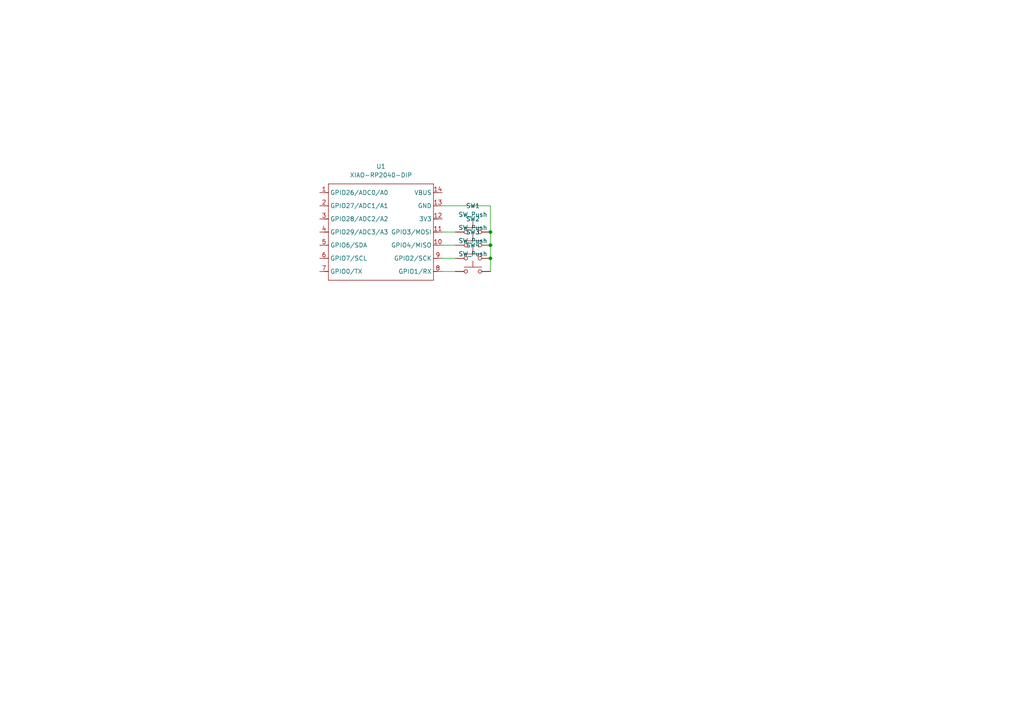
<source format=kicad_sch>
(kicad_sch
	(version 20231120)
	(generator "eeschema")
	(generator_version "8.0")
	(uuid "c7eff232-cb7c-4f79-964a-a17c5f42a141")
	(paper "A4")
	(lib_symbols
		(symbol "Seeed_Studio_XIAO_Series:XIAO-RP2040-DIP"
			(exclude_from_sim no)
			(in_bom yes)
			(on_board yes)
			(property "Reference" "U"
				(at 0 0 0)
				(effects
					(font
						(size 1.27 1.27)
					)
				)
			)
			(property "Value" "XIAO-RP2040-DIP"
				(at 5.334 -1.778 0)
				(effects
					(font
						(size 1.27 1.27)
					)
				)
			)
			(property "Footprint" "Module:MOUDLE14P-XIAO-DIP-SMD"
				(at 14.478 -32.258 0)
				(effects
					(font
						(size 1.27 1.27)
					)
					(hide yes)
				)
			)
			(property "Datasheet" ""
				(at 0 0 0)
				(effects
					(font
						(size 1.27 1.27)
					)
					(hide yes)
				)
			)
			(property "Description" ""
				(at 0 0 0)
				(effects
					(font
						(size 1.27 1.27)
					)
					(hide yes)
				)
			)
			(symbol "XIAO-RP2040-DIP_1_0"
				(polyline
					(pts
						(xy -1.27 -30.48) (xy -1.27 -16.51)
					)
					(stroke
						(width 0.1524)
						(type solid)
					)
					(fill
						(type none)
					)
				)
				(polyline
					(pts
						(xy -1.27 -27.94) (xy -2.54 -27.94)
					)
					(stroke
						(width 0.1524)
						(type solid)
					)
					(fill
						(type none)
					)
				)
				(polyline
					(pts
						(xy -1.27 -24.13) (xy -2.54 -24.13)
					)
					(stroke
						(width 0.1524)
						(type solid)
					)
					(fill
						(type none)
					)
				)
				(polyline
					(pts
						(xy -1.27 -20.32) (xy -2.54 -20.32)
					)
					(stroke
						(width 0.1524)
						(type solid)
					)
					(fill
						(type none)
					)
				)
				(polyline
					(pts
						(xy -1.27 -16.51) (xy -2.54 -16.51)
					)
					(stroke
						(width 0.1524)
						(type solid)
					)
					(fill
						(type none)
					)
				)
				(polyline
					(pts
						(xy -1.27 -16.51) (xy -1.27 -12.7)
					)
					(stroke
						(width 0.1524)
						(type solid)
					)
					(fill
						(type none)
					)
				)
				(polyline
					(pts
						(xy -1.27 -12.7) (xy -2.54 -12.7)
					)
					(stroke
						(width 0.1524)
						(type solid)
					)
					(fill
						(type none)
					)
				)
				(polyline
					(pts
						(xy -1.27 -12.7) (xy -1.27 -8.89)
					)
					(stroke
						(width 0.1524)
						(type solid)
					)
					(fill
						(type none)
					)
				)
				(polyline
					(pts
						(xy -1.27 -8.89) (xy -2.54 -8.89)
					)
					(stroke
						(width 0.1524)
						(type solid)
					)
					(fill
						(type none)
					)
				)
				(polyline
					(pts
						(xy -1.27 -8.89) (xy -1.27 -5.08)
					)
					(stroke
						(width 0.1524)
						(type solid)
					)
					(fill
						(type none)
					)
				)
				(polyline
					(pts
						(xy -1.27 -5.08) (xy -2.54 -5.08)
					)
					(stroke
						(width 0.1524)
						(type solid)
					)
					(fill
						(type none)
					)
				)
				(polyline
					(pts
						(xy -1.27 -5.08) (xy -1.27 -2.54)
					)
					(stroke
						(width 0.1524)
						(type solid)
					)
					(fill
						(type none)
					)
				)
				(polyline
					(pts
						(xy -1.27 -2.54) (xy 29.21 -2.54)
					)
					(stroke
						(width 0.1524)
						(type solid)
					)
					(fill
						(type none)
					)
				)
				(polyline
					(pts
						(xy 29.21 -30.48) (xy -1.27 -30.48)
					)
					(stroke
						(width 0.1524)
						(type solid)
					)
					(fill
						(type none)
					)
				)
				(polyline
					(pts
						(xy 29.21 -12.7) (xy 29.21 -30.48)
					)
					(stroke
						(width 0.1524)
						(type solid)
					)
					(fill
						(type none)
					)
				)
				(polyline
					(pts
						(xy 29.21 -8.89) (xy 29.21 -12.7)
					)
					(stroke
						(width 0.1524)
						(type solid)
					)
					(fill
						(type none)
					)
				)
				(polyline
					(pts
						(xy 29.21 -5.08) (xy 29.21 -8.89)
					)
					(stroke
						(width 0.1524)
						(type solid)
					)
					(fill
						(type none)
					)
				)
				(polyline
					(pts
						(xy 29.21 -2.54) (xy 29.21 -5.08)
					)
					(stroke
						(width 0.1524)
						(type solid)
					)
					(fill
						(type none)
					)
				)
				(polyline
					(pts
						(xy 30.48 -27.94) (xy 29.21 -27.94)
					)
					(stroke
						(width 0.1524)
						(type solid)
					)
					(fill
						(type none)
					)
				)
				(polyline
					(pts
						(xy 30.48 -24.13) (xy 29.21 -24.13)
					)
					(stroke
						(width 0.1524)
						(type solid)
					)
					(fill
						(type none)
					)
				)
				(polyline
					(pts
						(xy 30.48 -20.32) (xy 29.21 -20.32)
					)
					(stroke
						(width 0.1524)
						(type solid)
					)
					(fill
						(type none)
					)
				)
				(polyline
					(pts
						(xy 30.48 -16.51) (xy 29.21 -16.51)
					)
					(stroke
						(width 0.1524)
						(type solid)
					)
					(fill
						(type none)
					)
				)
				(polyline
					(pts
						(xy 30.48 -12.7) (xy 29.21 -12.7)
					)
					(stroke
						(width 0.1524)
						(type solid)
					)
					(fill
						(type none)
					)
				)
				(polyline
					(pts
						(xy 30.48 -8.89) (xy 29.21 -8.89)
					)
					(stroke
						(width 0.1524)
						(type solid)
					)
					(fill
						(type none)
					)
				)
				(polyline
					(pts
						(xy 30.48 -5.08) (xy 29.21 -5.08)
					)
					(stroke
						(width 0.1524)
						(type solid)
					)
					(fill
						(type none)
					)
				)
				(pin passive line
					(at -3.81 -5.08 0)
					(length 2.54)
					(name "GPIO26/ADC0/A0"
						(effects
							(font
								(size 1.27 1.27)
							)
						)
					)
					(number "1"
						(effects
							(font
								(size 1.27 1.27)
							)
						)
					)
				)
				(pin passive line
					(at 31.75 -20.32 180)
					(length 2.54)
					(name "GPIO4/MISO"
						(effects
							(font
								(size 1.27 1.27)
							)
						)
					)
					(number "10"
						(effects
							(font
								(size 1.27 1.27)
							)
						)
					)
				)
				(pin passive line
					(at 31.75 -16.51 180)
					(length 2.54)
					(name "GPIO3/MOSI"
						(effects
							(font
								(size 1.27 1.27)
							)
						)
					)
					(number "11"
						(effects
							(font
								(size 1.27 1.27)
							)
						)
					)
				)
				(pin passive line
					(at 31.75 -12.7 180)
					(length 2.54)
					(name "3V3"
						(effects
							(font
								(size 1.27 1.27)
							)
						)
					)
					(number "12"
						(effects
							(font
								(size 1.27 1.27)
							)
						)
					)
				)
				(pin passive line
					(at 31.75 -8.89 180)
					(length 2.54)
					(name "GND"
						(effects
							(font
								(size 1.27 1.27)
							)
						)
					)
					(number "13"
						(effects
							(font
								(size 1.27 1.27)
							)
						)
					)
				)
				(pin passive line
					(at 31.75 -5.08 180)
					(length 2.54)
					(name "VBUS"
						(effects
							(font
								(size 1.27 1.27)
							)
						)
					)
					(number "14"
						(effects
							(font
								(size 1.27 1.27)
							)
						)
					)
				)
				(pin passive line
					(at -3.81 -8.89 0)
					(length 2.54)
					(name "GPIO27/ADC1/A1"
						(effects
							(font
								(size 1.27 1.27)
							)
						)
					)
					(number "2"
						(effects
							(font
								(size 1.27 1.27)
							)
						)
					)
				)
				(pin passive line
					(at -3.81 -12.7 0)
					(length 2.54)
					(name "GPIO28/ADC2/A2"
						(effects
							(font
								(size 1.27 1.27)
							)
						)
					)
					(number "3"
						(effects
							(font
								(size 1.27 1.27)
							)
						)
					)
				)
				(pin passive line
					(at -3.81 -16.51 0)
					(length 2.54)
					(name "GPIO29/ADC3/A3"
						(effects
							(font
								(size 1.27 1.27)
							)
						)
					)
					(number "4"
						(effects
							(font
								(size 1.27 1.27)
							)
						)
					)
				)
				(pin passive line
					(at -3.81 -20.32 0)
					(length 2.54)
					(name "GPIO6/SDA"
						(effects
							(font
								(size 1.27 1.27)
							)
						)
					)
					(number "5"
						(effects
							(font
								(size 1.27 1.27)
							)
						)
					)
				)
				(pin passive line
					(at -3.81 -24.13 0)
					(length 2.54)
					(name "GPIO7/SCL"
						(effects
							(font
								(size 1.27 1.27)
							)
						)
					)
					(number "6"
						(effects
							(font
								(size 1.27 1.27)
							)
						)
					)
				)
				(pin passive line
					(at -3.81 -27.94 0)
					(length 2.54)
					(name "GPIO0/TX"
						(effects
							(font
								(size 1.27 1.27)
							)
						)
					)
					(number "7"
						(effects
							(font
								(size 1.27 1.27)
							)
						)
					)
				)
				(pin passive line
					(at 31.75 -27.94 180)
					(length 2.54)
					(name "GPIO1/RX"
						(effects
							(font
								(size 1.27 1.27)
							)
						)
					)
					(number "8"
						(effects
							(font
								(size 1.27 1.27)
							)
						)
					)
				)
				(pin passive line
					(at 31.75 -24.13 180)
					(length 2.54)
					(name "GPIO2/SCK"
						(effects
							(font
								(size 1.27 1.27)
							)
						)
					)
					(number "9"
						(effects
							(font
								(size 1.27 1.27)
							)
						)
					)
				)
			)
		)
		(symbol "Switch:SW_Push"
			(pin_numbers hide)
			(pin_names
				(offset 1.016) hide)
			(exclude_from_sim no)
			(in_bom yes)
			(on_board yes)
			(property "Reference" "SW"
				(at 1.27 2.54 0)
				(effects
					(font
						(size 1.27 1.27)
					)
					(justify left)
				)
			)
			(property "Value" "SW_Push"
				(at 0 -1.524 0)
				(effects
					(font
						(size 1.27 1.27)
					)
				)
			)
			(property "Footprint" ""
				(at 0 5.08 0)
				(effects
					(font
						(size 1.27 1.27)
					)
					(hide yes)
				)
			)
			(property "Datasheet" "~"
				(at 0 5.08 0)
				(effects
					(font
						(size 1.27 1.27)
					)
					(hide yes)
				)
			)
			(property "Description" "Push button switch, generic, two pins"
				(at 0 0 0)
				(effects
					(font
						(size 1.27 1.27)
					)
					(hide yes)
				)
			)
			(property "ki_keywords" "switch normally-open pushbutton push-button"
				(at 0 0 0)
				(effects
					(font
						(size 1.27 1.27)
					)
					(hide yes)
				)
			)
			(symbol "SW_Push_0_1"
				(circle
					(center -2.032 0)
					(radius 0.508)
					(stroke
						(width 0)
						(type default)
					)
					(fill
						(type none)
					)
				)
				(polyline
					(pts
						(xy 0 1.27) (xy 0 3.048)
					)
					(stroke
						(width 0)
						(type default)
					)
					(fill
						(type none)
					)
				)
				(polyline
					(pts
						(xy 2.54 1.27) (xy -2.54 1.27)
					)
					(stroke
						(width 0)
						(type default)
					)
					(fill
						(type none)
					)
				)
				(circle
					(center 2.032 0)
					(radius 0.508)
					(stroke
						(width 0)
						(type default)
					)
					(fill
						(type none)
					)
				)
				(pin passive line
					(at -5.08 0 0)
					(length 2.54)
					(name "1"
						(effects
							(font
								(size 1.27 1.27)
							)
						)
					)
					(number "1"
						(effects
							(font
								(size 1.27 1.27)
							)
						)
					)
				)
				(pin passive line
					(at 5.08 0 180)
					(length 2.54)
					(name "2"
						(effects
							(font
								(size 1.27 1.27)
							)
						)
					)
					(number "2"
						(effects
							(font
								(size 1.27 1.27)
							)
						)
					)
				)
			)
		)
	)
	(junction
		(at 142.24 74.93)
		(diameter 0)
		(color 0 0 0 0)
		(uuid "6223c7dd-8838-4d00-b94a-bbf9e4c1ca59")
	)
	(junction
		(at 142.24 71.12)
		(diameter 0)
		(color 0 0 0 0)
		(uuid "9a3433f8-311b-4697-a1d6-f80a5670c295")
	)
	(junction
		(at 142.24 67.31)
		(diameter 0)
		(color 0 0 0 0)
		(uuid "f45714f6-a9aa-4250-abf8-34bbabf4a572")
	)
	(wire
		(pts
			(xy 142.24 74.93) (xy 142.24 71.12)
		)
		(stroke
			(width 0)
			(type default)
		)
		(uuid "3e130a93-27ff-45ff-84a5-19831f920a66")
	)
	(wire
		(pts
			(xy 128.27 67.31) (xy 132.08 67.31)
		)
		(stroke
			(width 0)
			(type default)
		)
		(uuid "5b347978-30fc-4b86-b41f-420c79815415")
	)
	(wire
		(pts
			(xy 142.24 78.74) (xy 142.24 74.93)
		)
		(stroke
			(width 0)
			(type default)
		)
		(uuid "646d6820-c94b-4abc-bdf9-b5bfd755a680")
	)
	(wire
		(pts
			(xy 128.27 71.12) (xy 132.08 71.12)
		)
		(stroke
			(width 0)
			(type default)
		)
		(uuid "8bb51137-dcb9-49c6-b5ef-02169aeee695")
	)
	(wire
		(pts
			(xy 142.24 67.31) (xy 142.24 59.69)
		)
		(stroke
			(width 0)
			(type default)
		)
		(uuid "bff6431a-3a19-49c7-a396-24d65c694709")
	)
	(wire
		(pts
			(xy 128.27 74.93) (xy 132.08 74.93)
		)
		(stroke
			(width 0)
			(type default)
		)
		(uuid "cdb37fc8-8802-4a87-84a1-6bb4d08c7485")
	)
	(wire
		(pts
			(xy 142.24 71.12) (xy 142.24 67.31)
		)
		(stroke
			(width 0)
			(type default)
		)
		(uuid "d7dcd16e-0448-4073-8723-0bee24a548ba")
	)
	(wire
		(pts
			(xy 142.24 59.69) (xy 128.27 59.69)
		)
		(stroke
			(width 0)
			(type default)
		)
		(uuid "e33da669-0ea9-4b3d-8073-59de8f5b9123")
	)
	(wire
		(pts
			(xy 128.27 78.74) (xy 132.08 78.74)
		)
		(stroke
			(width 0)
			(type default)
		)
		(uuid "f024c5eb-a4e0-43ed-9bb0-a22fc5387e0c")
	)
	(symbol
		(lib_id "Switch:SW_Push")
		(at 137.16 71.12 0)
		(unit 1)
		(exclude_from_sim no)
		(in_bom yes)
		(on_board yes)
		(dnp no)
		(fields_autoplaced yes)
		(uuid "2c45f939-7533-4f6e-ab03-82a60e5a1e83")
		(property "Reference" "SW2"
			(at 137.16 63.5 0)
			(effects
				(font
					(size 1.27 1.27)
				)
			)
		)
		(property "Value" "SW_Push"
			(at 137.16 66.04 0)
			(effects
				(font
					(size 1.27 1.27)
				)
			)
		)
		(property "Footprint" "3dedited:SW_Cherry_MX_1.00u_PCB"
			(at 137.16 66.04 0)
			(effects
				(font
					(size 1.27 1.27)
				)
				(hide yes)
			)
		)
		(property "Datasheet" "~"
			(at 137.16 66.04 0)
			(effects
				(font
					(size 1.27 1.27)
				)
				(hide yes)
			)
		)
		(property "Description" "Push button switch, generic, two pins"
			(at 137.16 71.12 0)
			(effects
				(font
					(size 1.27 1.27)
				)
				(hide yes)
			)
		)
		(pin "2"
			(uuid "80192753-ac2a-40dc-85bb-ade84f11c7e2")
		)
		(pin "1"
			(uuid "2179e135-1b2f-480a-b377-a85565a87dbc")
		)
		(instances
			(project "plarpa"
				(path "/c7eff232-cb7c-4f79-964a-a17c5f42a141"
					(reference "SW2")
					(unit 1)
				)
			)
		)
	)
	(symbol
		(lib_id "Switch:SW_Push")
		(at 137.16 78.74 0)
		(unit 1)
		(exclude_from_sim no)
		(in_bom yes)
		(on_board yes)
		(dnp no)
		(fields_autoplaced yes)
		(uuid "dd0be3d0-779a-4600-bd1b-323b8a43db8d")
		(property "Reference" "SW4"
			(at 137.16 71.12 0)
			(effects
				(font
					(size 1.27 1.27)
				)
			)
		)
		(property "Value" "SW_Push"
			(at 137.16 73.66 0)
			(effects
				(font
					(size 1.27 1.27)
				)
			)
		)
		(property "Footprint" "3dedited:SW_Cherry_MX_1.00u_PCB"
			(at 137.16 73.66 0)
			(effects
				(font
					(size 1.27 1.27)
				)
				(hide yes)
			)
		)
		(property "Datasheet" "~"
			(at 137.16 73.66 0)
			(effects
				(font
					(size 1.27 1.27)
				)
				(hide yes)
			)
		)
		(property "Description" "Push button switch, generic, two pins"
			(at 137.16 78.74 0)
			(effects
				(font
					(size 1.27 1.27)
				)
				(hide yes)
			)
		)
		(pin "2"
			(uuid "08c53a98-1b2c-49ae-af54-fbc3cb43e944")
		)
		(pin "1"
			(uuid "c6c19e81-a981-4da6-b815-fdb5dbd91a73")
		)
		(instances
			(project "plarpa"
				(path "/c7eff232-cb7c-4f79-964a-a17c5f42a141"
					(reference "SW4")
					(unit 1)
				)
			)
		)
	)
	(symbol
		(lib_id "Switch:SW_Push")
		(at 137.16 74.93 0)
		(unit 1)
		(exclude_from_sim no)
		(in_bom yes)
		(on_board yes)
		(dnp no)
		(fields_autoplaced yes)
		(uuid "e9224bcb-1c4d-40c8-bc04-1a0b28107e75")
		(property "Reference" "SW3"
			(at 137.16 67.31 0)
			(effects
				(font
					(size 1.27 1.27)
				)
			)
		)
		(property "Value" "SW_Push"
			(at 137.16 69.85 0)
			(effects
				(font
					(size 1.27 1.27)
				)
			)
		)
		(property "Footprint" "3dedited:SW_Cherry_MX_1.00u_PCB"
			(at 137.16 69.85 0)
			(effects
				(font
					(size 1.27 1.27)
				)
				(hide yes)
			)
		)
		(property "Datasheet" "~"
			(at 137.16 69.85 0)
			(effects
				(font
					(size 1.27 1.27)
				)
				(hide yes)
			)
		)
		(property "Description" "Push button switch, generic, two pins"
			(at 137.16 74.93 0)
			(effects
				(font
					(size 1.27 1.27)
				)
				(hide yes)
			)
		)
		(pin "2"
			(uuid "aebec09c-6752-46ef-89c8-59756ae70847")
		)
		(pin "1"
			(uuid "043914f7-7e66-48b2-8dff-695d57b29df5")
		)
		(instances
			(project "plarpa"
				(path "/c7eff232-cb7c-4f79-964a-a17c5f42a141"
					(reference "SW3")
					(unit 1)
				)
			)
		)
	)
	(symbol
		(lib_id "Switch:SW_Push")
		(at 137.16 67.31 0)
		(unit 1)
		(exclude_from_sim no)
		(in_bom yes)
		(on_board yes)
		(dnp no)
		(fields_autoplaced yes)
		(uuid "ef71d7db-d8bf-409a-ad07-2495d29c3707")
		(property "Reference" "SW1"
			(at 137.16 59.69 0)
			(effects
				(font
					(size 1.27 1.27)
				)
			)
		)
		(property "Value" "SW_Push"
			(at 137.16 62.23 0)
			(effects
				(font
					(size 1.27 1.27)
				)
			)
		)
		(property "Footprint" "3dedited:SW_Cherry_MX_1.00u_PCB"
			(at 137.16 62.23 0)
			(effects
				(font
					(size 1.27 1.27)
				)
				(hide yes)
			)
		)
		(property "Datasheet" "~"
			(at 137.16 62.23 0)
			(effects
				(font
					(size 1.27 1.27)
				)
				(hide yes)
			)
		)
		(property "Description" "Push button switch, generic, two pins"
			(at 137.16 67.31 0)
			(effects
				(font
					(size 1.27 1.27)
				)
				(hide yes)
			)
		)
		(pin "2"
			(uuid "0733f994-9b4b-410c-8c87-509fac2a9f36")
		)
		(pin "1"
			(uuid "1ed6e5e0-0fc8-4602-b19b-80b029ac3b97")
		)
		(instances
			(project ""
				(path "/c7eff232-cb7c-4f79-964a-a17c5f42a141"
					(reference "SW1")
					(unit 1)
				)
			)
		)
	)
	(symbol
		(lib_id "Seeed_Studio_XIAO_Series:XIAO-RP2040-DIP")
		(at 96.52 50.8 0)
		(unit 1)
		(exclude_from_sim no)
		(in_bom yes)
		(on_board yes)
		(dnp no)
		(fields_autoplaced yes)
		(uuid "f87de219-e434-4840-a9fd-a1e28fc90b3d")
		(property "Reference" "U1"
			(at 110.49 48.26 0)
			(effects
				(font
					(size 1.27 1.27)
				)
			)
		)
		(property "Value" "XIAO-RP2040-DIP"
			(at 110.49 50.8 0)
			(effects
				(font
					(size 1.27 1.27)
				)
			)
		)
		(property "Footprint" "Seeed Studio XIAO Series Library:XIAO-RP2040-DIP"
			(at 110.998 83.058 0)
			(effects
				(font
					(size 1.27 1.27)
				)
				(hide yes)
			)
		)
		(property "Datasheet" ""
			(at 96.52 50.8 0)
			(effects
				(font
					(size 1.27 1.27)
				)
				(hide yes)
			)
		)
		(property "Description" ""
			(at 96.52 50.8 0)
			(effects
				(font
					(size 1.27 1.27)
				)
				(hide yes)
			)
		)
		(pin "1"
			(uuid "34cf7c24-e9d7-4e02-8f1e-fe62d8cdd8ab")
		)
		(pin "10"
			(uuid "93af8fe2-8969-46f5-9c9c-bbbf2ae1f6c5")
		)
		(pin "12"
			(uuid "d020c8c8-23b1-4fc4-9279-fe07423cd3eb")
		)
		(pin "13"
			(uuid "d0deee11-0206-4706-9a6e-cad6b42b8589")
		)
		(pin "7"
			(uuid "ec6764f3-5052-484d-bfdd-97baede1f14c")
		)
		(pin "9"
			(uuid "68f01371-7e3a-4e84-a7bb-f55af5e06a26")
		)
		(pin "6"
			(uuid "8375aac8-b2c1-41d4-ac6a-77ed6e59d51d")
		)
		(pin "14"
			(uuid "5333b063-c446-4900-90d1-c9d362186774")
		)
		(pin "3"
			(uuid "edefa69c-a1d2-4a17-8a0a-94d679e6162c")
		)
		(pin "11"
			(uuid "3f0c85b1-8a75-43d9-ade3-3cc5e2d8cf99")
		)
		(pin "4"
			(uuid "24b69fb9-360c-4251-968c-7551608d0bc6")
		)
		(pin "5"
			(uuid "f0daa3f2-e7b6-435f-b8ca-27c33444b8e3")
		)
		(pin "2"
			(uuid "c3810f2c-8230-4379-ad95-b5ab1ac6118c")
		)
		(pin "8"
			(uuid "fe4aa806-e426-43a0-9906-713aa8edf0fc")
		)
		(instances
			(project ""
				(path "/c7eff232-cb7c-4f79-964a-a17c5f42a141"
					(reference "U1")
					(unit 1)
				)
			)
		)
	)
	(sheet_instances
		(path "/"
			(page "1")
		)
	)
)

</source>
